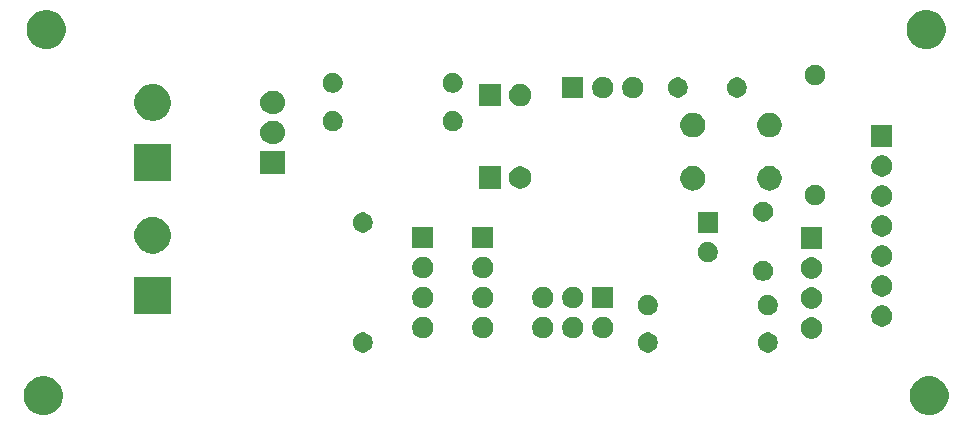
<source format=gbr>
%TF.GenerationSoftware,KiCad,Pcbnew,5.1.6+dfsg1-1~bpo10+1*%
%TF.CreationDate,2020-11-22T17:09:41+10:30*%
%TF.ProjectId,robotcontrol,726f626f-7463-46f6-9e74-726f6c2e6b69,rev?*%
%TF.SameCoordinates,Original*%
%TF.FileFunction,Soldermask,Bot*%
%TF.FilePolarity,Negative*%
%FSLAX46Y46*%
G04 Gerber Fmt 4.6, Leading zero omitted, Abs format (unit mm)*
G04 Created by KiCad (PCBNEW 5.1.6+dfsg1-1~bpo10+1) date 2020-11-22 17:09:41*
%MOMM*%
%LPD*%
G01*
G04 APERTURE LIST*
%ADD10C,0.100000*%
G04 APERTURE END LIST*
D10*
G36*
X96457874Y-167359023D02*
G01*
X96731287Y-167413408D01*
X97031568Y-167537789D01*
X97301814Y-167718361D01*
X97531639Y-167948186D01*
X97712211Y-168218432D01*
X97836592Y-168518713D01*
X97900000Y-168837489D01*
X97900000Y-169162511D01*
X97836592Y-169481287D01*
X97712211Y-169781568D01*
X97531639Y-170051814D01*
X97301814Y-170281639D01*
X97031568Y-170462211D01*
X96731287Y-170586592D01*
X96457874Y-170640977D01*
X96412512Y-170650000D01*
X96087488Y-170650000D01*
X96042126Y-170640977D01*
X95768713Y-170586592D01*
X95468432Y-170462211D01*
X95198186Y-170281639D01*
X94968361Y-170051814D01*
X94787789Y-169781568D01*
X94663408Y-169481287D01*
X94600000Y-169162511D01*
X94600000Y-168837489D01*
X94663408Y-168518713D01*
X94787789Y-168218432D01*
X94968361Y-167948186D01*
X95198186Y-167718361D01*
X95468432Y-167537789D01*
X95768713Y-167413408D01*
X96042126Y-167359023D01*
X96087488Y-167350000D01*
X96412512Y-167350000D01*
X96457874Y-167359023D01*
G37*
G36*
X171457874Y-167359023D02*
G01*
X171731287Y-167413408D01*
X172031568Y-167537789D01*
X172301814Y-167718361D01*
X172531639Y-167948186D01*
X172712211Y-168218432D01*
X172836592Y-168518713D01*
X172900000Y-168837489D01*
X172900000Y-169162511D01*
X172836592Y-169481287D01*
X172712211Y-169781568D01*
X172531639Y-170051814D01*
X172301814Y-170281639D01*
X172031568Y-170462211D01*
X171731287Y-170586592D01*
X171457874Y-170640977D01*
X171412512Y-170650000D01*
X171087488Y-170650000D01*
X171042126Y-170640977D01*
X170768713Y-170586592D01*
X170468432Y-170462211D01*
X170198186Y-170281639D01*
X169968361Y-170051814D01*
X169787789Y-169781568D01*
X169663408Y-169481287D01*
X169600000Y-169162511D01*
X169600000Y-168837489D01*
X169663408Y-168518713D01*
X169787789Y-168218432D01*
X169968361Y-167948186D01*
X170198186Y-167718361D01*
X170468432Y-167537789D01*
X170768713Y-167413408D01*
X171042126Y-167359023D01*
X171087488Y-167350000D01*
X171412512Y-167350000D01*
X171457874Y-167359023D01*
G37*
G36*
X157837935Y-163672664D02*
G01*
X157992624Y-163736739D01*
X157992626Y-163736740D01*
X158131844Y-163829762D01*
X158250238Y-163948156D01*
X158341950Y-164085414D01*
X158343261Y-164087376D01*
X158407336Y-164242065D01*
X158440000Y-164406281D01*
X158440000Y-164573719D01*
X158407336Y-164737935D01*
X158343261Y-164892624D01*
X158343260Y-164892626D01*
X158250238Y-165031844D01*
X158131844Y-165150238D01*
X157992626Y-165243260D01*
X157992625Y-165243261D01*
X157992624Y-165243261D01*
X157837935Y-165307336D01*
X157673719Y-165340000D01*
X157506281Y-165340000D01*
X157342065Y-165307336D01*
X157187376Y-165243261D01*
X157187375Y-165243261D01*
X157187374Y-165243260D01*
X157048156Y-165150238D01*
X156929762Y-165031844D01*
X156836740Y-164892626D01*
X156836739Y-164892624D01*
X156772664Y-164737935D01*
X156740000Y-164573719D01*
X156740000Y-164406281D01*
X156772664Y-164242065D01*
X156836739Y-164087376D01*
X156838050Y-164085414D01*
X156929762Y-163948156D01*
X157048156Y-163829762D01*
X157187374Y-163736740D01*
X157187376Y-163736739D01*
X157342065Y-163672664D01*
X157506281Y-163640000D01*
X157673719Y-163640000D01*
X157837935Y-163672664D01*
G37*
G36*
X147677935Y-163672664D02*
G01*
X147832624Y-163736739D01*
X147832626Y-163736740D01*
X147971844Y-163829762D01*
X148090238Y-163948156D01*
X148181950Y-164085414D01*
X148183261Y-164087376D01*
X148247336Y-164242065D01*
X148280000Y-164406281D01*
X148280000Y-164573719D01*
X148247336Y-164737935D01*
X148183261Y-164892624D01*
X148183260Y-164892626D01*
X148090238Y-165031844D01*
X147971844Y-165150238D01*
X147832626Y-165243260D01*
X147832625Y-165243261D01*
X147832624Y-165243261D01*
X147677935Y-165307336D01*
X147513719Y-165340000D01*
X147346281Y-165340000D01*
X147182065Y-165307336D01*
X147027376Y-165243261D01*
X147027375Y-165243261D01*
X147027374Y-165243260D01*
X146888156Y-165150238D01*
X146769762Y-165031844D01*
X146676740Y-164892626D01*
X146676739Y-164892624D01*
X146612664Y-164737935D01*
X146580000Y-164573719D01*
X146580000Y-164406281D01*
X146612664Y-164242065D01*
X146676739Y-164087376D01*
X146678050Y-164085414D01*
X146769762Y-163948156D01*
X146888156Y-163829762D01*
X147027374Y-163736740D01*
X147027376Y-163736739D01*
X147182065Y-163672664D01*
X147346281Y-163640000D01*
X147513719Y-163640000D01*
X147677935Y-163672664D01*
G37*
G36*
X123547935Y-163672664D02*
G01*
X123702624Y-163736739D01*
X123702626Y-163736740D01*
X123841844Y-163829762D01*
X123960238Y-163948156D01*
X124051950Y-164085414D01*
X124053261Y-164087376D01*
X124117336Y-164242065D01*
X124150000Y-164406281D01*
X124150000Y-164573719D01*
X124117336Y-164737935D01*
X124053261Y-164892624D01*
X124053260Y-164892626D01*
X123960238Y-165031844D01*
X123841844Y-165150238D01*
X123702626Y-165243260D01*
X123702625Y-165243261D01*
X123702624Y-165243261D01*
X123547935Y-165307336D01*
X123383719Y-165340000D01*
X123216281Y-165340000D01*
X123052065Y-165307336D01*
X122897376Y-165243261D01*
X122897375Y-165243261D01*
X122897374Y-165243260D01*
X122758156Y-165150238D01*
X122639762Y-165031844D01*
X122546740Y-164892626D01*
X122546739Y-164892624D01*
X122482664Y-164737935D01*
X122450000Y-164573719D01*
X122450000Y-164406281D01*
X122482664Y-164242065D01*
X122546739Y-164087376D01*
X122548050Y-164085414D01*
X122639762Y-163948156D01*
X122758156Y-163829762D01*
X122897374Y-163736740D01*
X122897376Y-163736739D01*
X123052065Y-163672664D01*
X123216281Y-163640000D01*
X123383719Y-163640000D01*
X123547935Y-163672664D01*
G37*
G36*
X161560920Y-162405386D02*
G01*
X161602066Y-162422429D01*
X161724710Y-162473230D01*
X161872117Y-162571724D01*
X161997476Y-162697083D01*
X162075408Y-162813717D01*
X162095971Y-162844492D01*
X162163814Y-163008280D01*
X162198400Y-163182156D01*
X162198400Y-163359444D01*
X162163814Y-163533320D01*
X162106096Y-163672665D01*
X162095970Y-163697110D01*
X161997476Y-163844517D01*
X161872117Y-163969876D01*
X161724710Y-164068370D01*
X161724709Y-164068371D01*
X161724708Y-164068371D01*
X161560920Y-164136214D01*
X161387044Y-164170800D01*
X161209756Y-164170800D01*
X161035880Y-164136214D01*
X160872092Y-164068371D01*
X160872091Y-164068371D01*
X160872090Y-164068370D01*
X160724683Y-163969876D01*
X160599324Y-163844517D01*
X160500830Y-163697110D01*
X160490705Y-163672665D01*
X160432986Y-163533320D01*
X160398400Y-163359444D01*
X160398400Y-163182156D01*
X160432986Y-163008280D01*
X160500829Y-162844492D01*
X160521392Y-162813717D01*
X160599324Y-162697083D01*
X160724683Y-162571724D01*
X160872090Y-162473230D01*
X160994735Y-162422429D01*
X161035880Y-162405386D01*
X161209756Y-162370800D01*
X161387044Y-162370800D01*
X161560920Y-162405386D01*
G37*
G36*
X143882520Y-162354586D02*
G01*
X144046310Y-162422430D01*
X144193717Y-162520924D01*
X144319076Y-162646283D01*
X144353019Y-162697083D01*
X144417571Y-162793692D01*
X144485414Y-162957480D01*
X144520000Y-163131356D01*
X144520000Y-163308644D01*
X144509895Y-163359444D01*
X144485414Y-163482520D01*
X144417570Y-163646310D01*
X144319076Y-163793717D01*
X144193717Y-163919076D01*
X144046310Y-164017570D01*
X144046309Y-164017571D01*
X144046308Y-164017571D01*
X143882520Y-164085414D01*
X143708644Y-164120000D01*
X143531356Y-164120000D01*
X143357480Y-164085414D01*
X143193692Y-164017571D01*
X143193691Y-164017571D01*
X143193690Y-164017570D01*
X143046283Y-163919076D01*
X142920924Y-163793717D01*
X142822430Y-163646310D01*
X142754586Y-163482520D01*
X142730105Y-163359444D01*
X142720000Y-163308644D01*
X142720000Y-163131356D01*
X142754586Y-162957480D01*
X142822429Y-162793692D01*
X142886981Y-162697083D01*
X142920924Y-162646283D01*
X143046283Y-162520924D01*
X143193690Y-162422430D01*
X143357480Y-162354586D01*
X143531356Y-162320000D01*
X143708644Y-162320000D01*
X143882520Y-162354586D01*
G37*
G36*
X141342520Y-162354586D02*
G01*
X141506310Y-162422430D01*
X141653717Y-162520924D01*
X141779076Y-162646283D01*
X141813019Y-162697083D01*
X141877571Y-162793692D01*
X141945414Y-162957480D01*
X141980000Y-163131356D01*
X141980000Y-163308644D01*
X141969895Y-163359444D01*
X141945414Y-163482520D01*
X141877570Y-163646310D01*
X141779076Y-163793717D01*
X141653717Y-163919076D01*
X141506310Y-164017570D01*
X141506309Y-164017571D01*
X141506308Y-164017571D01*
X141342520Y-164085414D01*
X141168644Y-164120000D01*
X140991356Y-164120000D01*
X140817480Y-164085414D01*
X140653692Y-164017571D01*
X140653691Y-164017571D01*
X140653690Y-164017570D01*
X140506283Y-163919076D01*
X140380924Y-163793717D01*
X140282430Y-163646310D01*
X140214586Y-163482520D01*
X140190105Y-163359444D01*
X140180000Y-163308644D01*
X140180000Y-163131356D01*
X140214586Y-162957480D01*
X140282429Y-162793692D01*
X140346981Y-162697083D01*
X140380924Y-162646283D01*
X140506283Y-162520924D01*
X140653690Y-162422430D01*
X140817480Y-162354586D01*
X140991356Y-162320000D01*
X141168644Y-162320000D01*
X141342520Y-162354586D01*
G37*
G36*
X138802520Y-162354586D02*
G01*
X138966310Y-162422430D01*
X139113717Y-162520924D01*
X139239076Y-162646283D01*
X139273019Y-162697083D01*
X139337571Y-162793692D01*
X139405414Y-162957480D01*
X139440000Y-163131356D01*
X139440000Y-163308644D01*
X139429895Y-163359444D01*
X139405414Y-163482520D01*
X139337570Y-163646310D01*
X139239076Y-163793717D01*
X139113717Y-163919076D01*
X138966310Y-164017570D01*
X138966309Y-164017571D01*
X138966308Y-164017571D01*
X138802520Y-164085414D01*
X138628644Y-164120000D01*
X138451356Y-164120000D01*
X138277480Y-164085414D01*
X138113692Y-164017571D01*
X138113691Y-164017571D01*
X138113690Y-164017570D01*
X137966283Y-163919076D01*
X137840924Y-163793717D01*
X137742430Y-163646310D01*
X137674586Y-163482520D01*
X137650105Y-163359444D01*
X137640000Y-163308644D01*
X137640000Y-163131356D01*
X137674586Y-162957480D01*
X137742429Y-162793692D01*
X137806981Y-162697083D01*
X137840924Y-162646283D01*
X137966283Y-162520924D01*
X138113690Y-162422430D01*
X138277480Y-162354586D01*
X138451356Y-162320000D01*
X138628644Y-162320000D01*
X138802520Y-162354586D01*
G37*
G36*
X128642520Y-162354586D02*
G01*
X128806310Y-162422430D01*
X128953717Y-162520924D01*
X129079076Y-162646283D01*
X129113019Y-162697083D01*
X129177571Y-162793692D01*
X129245414Y-162957480D01*
X129280000Y-163131356D01*
X129280000Y-163308644D01*
X129269895Y-163359444D01*
X129245414Y-163482520D01*
X129177570Y-163646310D01*
X129079076Y-163793717D01*
X128953717Y-163919076D01*
X128806310Y-164017570D01*
X128806309Y-164017571D01*
X128806308Y-164017571D01*
X128642520Y-164085414D01*
X128468644Y-164120000D01*
X128291356Y-164120000D01*
X128117480Y-164085414D01*
X127953692Y-164017571D01*
X127953691Y-164017571D01*
X127953690Y-164017570D01*
X127806283Y-163919076D01*
X127680924Y-163793717D01*
X127582430Y-163646310D01*
X127514586Y-163482520D01*
X127490105Y-163359444D01*
X127480000Y-163308644D01*
X127480000Y-163131356D01*
X127514586Y-162957480D01*
X127582429Y-162793692D01*
X127646981Y-162697083D01*
X127680924Y-162646283D01*
X127806283Y-162520924D01*
X127953690Y-162422430D01*
X128117480Y-162354586D01*
X128291356Y-162320000D01*
X128468644Y-162320000D01*
X128642520Y-162354586D01*
G37*
G36*
X133722520Y-162354586D02*
G01*
X133886310Y-162422430D01*
X134033717Y-162520924D01*
X134159076Y-162646283D01*
X134193019Y-162697083D01*
X134257571Y-162793692D01*
X134325414Y-162957480D01*
X134360000Y-163131356D01*
X134360000Y-163308644D01*
X134349895Y-163359444D01*
X134325414Y-163482520D01*
X134257570Y-163646310D01*
X134159076Y-163793717D01*
X134033717Y-163919076D01*
X133886310Y-164017570D01*
X133886309Y-164017571D01*
X133886308Y-164017571D01*
X133722520Y-164085414D01*
X133548644Y-164120000D01*
X133371356Y-164120000D01*
X133197480Y-164085414D01*
X133033692Y-164017571D01*
X133033691Y-164017571D01*
X133033690Y-164017570D01*
X132886283Y-163919076D01*
X132760924Y-163793717D01*
X132662430Y-163646310D01*
X132594586Y-163482520D01*
X132570105Y-163359444D01*
X132560000Y-163308644D01*
X132560000Y-163131356D01*
X132594586Y-162957480D01*
X132662429Y-162793692D01*
X132726981Y-162697083D01*
X132760924Y-162646283D01*
X132886283Y-162520924D01*
X133033690Y-162422430D01*
X133197480Y-162354586D01*
X133371356Y-162320000D01*
X133548644Y-162320000D01*
X133722520Y-162354586D01*
G37*
G36*
X167512520Y-161374586D02*
G01*
X167676310Y-161442430D01*
X167823717Y-161540924D01*
X167949076Y-161666283D01*
X167983382Y-161717626D01*
X168047571Y-161813692D01*
X168115414Y-161977480D01*
X168150000Y-162151356D01*
X168150000Y-162328644D01*
X168115414Y-162502520D01*
X168055866Y-162646283D01*
X168047570Y-162666310D01*
X167949076Y-162813717D01*
X167823717Y-162939076D01*
X167676310Y-163037570D01*
X167676309Y-163037571D01*
X167676308Y-163037571D01*
X167512520Y-163105414D01*
X167338644Y-163140000D01*
X167161356Y-163140000D01*
X166987480Y-163105414D01*
X166823692Y-163037571D01*
X166823691Y-163037571D01*
X166823690Y-163037570D01*
X166676283Y-162939076D01*
X166550924Y-162813717D01*
X166452430Y-162666310D01*
X166444135Y-162646283D01*
X166384586Y-162502520D01*
X166350000Y-162328644D01*
X166350000Y-162151356D01*
X166384586Y-161977480D01*
X166452429Y-161813692D01*
X166516618Y-161717626D01*
X166550924Y-161666283D01*
X166676283Y-161540924D01*
X166823690Y-161442430D01*
X166987480Y-161374586D01*
X167161356Y-161340000D01*
X167338644Y-161340000D01*
X167512520Y-161374586D01*
G37*
G36*
X157837935Y-160497664D02*
G01*
X157992624Y-160561739D01*
X157992626Y-160561740D01*
X158131844Y-160654762D01*
X158250238Y-160773156D01*
X158281165Y-160819442D01*
X158343261Y-160912376D01*
X158407336Y-161067065D01*
X158440000Y-161231281D01*
X158440000Y-161398719D01*
X158407336Y-161562935D01*
X158400267Y-161580000D01*
X158343260Y-161717626D01*
X158250238Y-161856844D01*
X158131844Y-161975238D01*
X157992626Y-162068260D01*
X157992625Y-162068261D01*
X157992624Y-162068261D01*
X157837935Y-162132336D01*
X157673719Y-162165000D01*
X157506281Y-162165000D01*
X157342065Y-162132336D01*
X157187376Y-162068261D01*
X157187375Y-162068261D01*
X157187374Y-162068260D01*
X157048156Y-161975238D01*
X156929762Y-161856844D01*
X156836740Y-161717626D01*
X156779733Y-161580000D01*
X156772664Y-161562935D01*
X156740000Y-161398719D01*
X156740000Y-161231281D01*
X156772664Y-161067065D01*
X156836739Y-160912376D01*
X156898835Y-160819442D01*
X156929762Y-160773156D01*
X157048156Y-160654762D01*
X157187374Y-160561740D01*
X157187376Y-160561739D01*
X157342065Y-160497664D01*
X157506281Y-160465000D01*
X157673719Y-160465000D01*
X157837935Y-160497664D01*
G37*
G36*
X147677935Y-160497664D02*
G01*
X147832624Y-160561739D01*
X147832626Y-160561740D01*
X147971844Y-160654762D01*
X148090238Y-160773156D01*
X148121165Y-160819442D01*
X148183261Y-160912376D01*
X148247336Y-161067065D01*
X148280000Y-161231281D01*
X148280000Y-161398719D01*
X148247336Y-161562935D01*
X148240267Y-161580000D01*
X148183260Y-161717626D01*
X148090238Y-161856844D01*
X147971844Y-161975238D01*
X147832626Y-162068260D01*
X147832625Y-162068261D01*
X147832624Y-162068261D01*
X147677935Y-162132336D01*
X147513719Y-162165000D01*
X147346281Y-162165000D01*
X147182065Y-162132336D01*
X147027376Y-162068261D01*
X147027375Y-162068261D01*
X147027374Y-162068260D01*
X146888156Y-161975238D01*
X146769762Y-161856844D01*
X146676740Y-161717626D01*
X146619733Y-161580000D01*
X146612664Y-161562935D01*
X146580000Y-161398719D01*
X146580000Y-161231281D01*
X146612664Y-161067065D01*
X146676739Y-160912376D01*
X146738835Y-160819442D01*
X146769762Y-160773156D01*
X146888156Y-160654762D01*
X147027374Y-160561740D01*
X147027376Y-160561739D01*
X147182065Y-160497664D01*
X147346281Y-160465000D01*
X147513719Y-160465000D01*
X147677935Y-160497664D01*
G37*
G36*
X107070000Y-162039500D02*
G01*
X103970000Y-162039500D01*
X103970000Y-158939500D01*
X107070000Y-158939500D01*
X107070000Y-162039500D01*
G37*
G36*
X161560920Y-159865386D02*
G01*
X161602066Y-159882429D01*
X161724710Y-159933230D01*
X161872117Y-160031724D01*
X161997476Y-160157083D01*
X162075408Y-160273717D01*
X162095971Y-160304492D01*
X162163814Y-160468280D01*
X162190015Y-160600000D01*
X162198400Y-160642158D01*
X162198400Y-160819442D01*
X162163814Y-160993320D01*
X162095970Y-161157110D01*
X161997476Y-161304517D01*
X161872117Y-161429876D01*
X161724710Y-161528370D01*
X161724709Y-161528371D01*
X161724708Y-161528371D01*
X161560920Y-161596214D01*
X161387044Y-161630800D01*
X161209756Y-161630800D01*
X161035880Y-161596214D01*
X160872092Y-161528371D01*
X160872091Y-161528371D01*
X160872090Y-161528370D01*
X160724683Y-161429876D01*
X160599324Y-161304517D01*
X160500830Y-161157110D01*
X160432986Y-160993320D01*
X160398400Y-160819442D01*
X160398400Y-160642158D01*
X160406786Y-160600000D01*
X160432986Y-160468280D01*
X160500829Y-160304492D01*
X160521392Y-160273717D01*
X160599324Y-160157083D01*
X160724683Y-160031724D01*
X160872090Y-159933230D01*
X160994735Y-159882429D01*
X161035880Y-159865386D01*
X161209756Y-159830800D01*
X161387044Y-159830800D01*
X161560920Y-159865386D01*
G37*
G36*
X141342520Y-159814586D02*
G01*
X141506310Y-159882430D01*
X141653717Y-159980924D01*
X141779076Y-160106283D01*
X141813019Y-160157083D01*
X141877571Y-160253692D01*
X141945414Y-160417480D01*
X141980000Y-160591356D01*
X141980000Y-160768644D01*
X141969895Y-160819444D01*
X141945414Y-160942520D01*
X141877570Y-161106310D01*
X141779076Y-161253717D01*
X141653717Y-161379076D01*
X141506310Y-161477570D01*
X141506309Y-161477571D01*
X141506308Y-161477571D01*
X141342520Y-161545414D01*
X141168644Y-161580000D01*
X140991356Y-161580000D01*
X140817480Y-161545414D01*
X140653692Y-161477571D01*
X140653691Y-161477571D01*
X140653690Y-161477570D01*
X140506283Y-161379076D01*
X140380924Y-161253717D01*
X140282430Y-161106310D01*
X140214586Y-160942520D01*
X140190105Y-160819444D01*
X140180000Y-160768644D01*
X140180000Y-160591356D01*
X140214586Y-160417480D01*
X140282429Y-160253692D01*
X140346981Y-160157083D01*
X140380924Y-160106283D01*
X140506283Y-159980924D01*
X140653690Y-159882430D01*
X140817480Y-159814586D01*
X140991356Y-159780000D01*
X141168644Y-159780000D01*
X141342520Y-159814586D01*
G37*
G36*
X138802520Y-159814586D02*
G01*
X138966310Y-159882430D01*
X139113717Y-159980924D01*
X139239076Y-160106283D01*
X139273019Y-160157083D01*
X139337571Y-160253692D01*
X139405414Y-160417480D01*
X139440000Y-160591356D01*
X139440000Y-160768644D01*
X139429895Y-160819444D01*
X139405414Y-160942520D01*
X139337570Y-161106310D01*
X139239076Y-161253717D01*
X139113717Y-161379076D01*
X138966310Y-161477570D01*
X138966309Y-161477571D01*
X138966308Y-161477571D01*
X138802520Y-161545414D01*
X138628644Y-161580000D01*
X138451356Y-161580000D01*
X138277480Y-161545414D01*
X138113692Y-161477571D01*
X138113691Y-161477571D01*
X138113690Y-161477570D01*
X137966283Y-161379076D01*
X137840924Y-161253717D01*
X137742430Y-161106310D01*
X137674586Y-160942520D01*
X137650105Y-160819444D01*
X137640000Y-160768644D01*
X137640000Y-160591356D01*
X137674586Y-160417480D01*
X137742429Y-160253692D01*
X137806981Y-160157083D01*
X137840924Y-160106283D01*
X137966283Y-159980924D01*
X138113690Y-159882430D01*
X138277480Y-159814586D01*
X138451356Y-159780000D01*
X138628644Y-159780000D01*
X138802520Y-159814586D01*
G37*
G36*
X133722520Y-159814586D02*
G01*
X133886310Y-159882430D01*
X134033717Y-159980924D01*
X134159076Y-160106283D01*
X134193019Y-160157083D01*
X134257571Y-160253692D01*
X134325414Y-160417480D01*
X134360000Y-160591356D01*
X134360000Y-160768644D01*
X134349895Y-160819444D01*
X134325414Y-160942520D01*
X134257570Y-161106310D01*
X134159076Y-161253717D01*
X134033717Y-161379076D01*
X133886310Y-161477570D01*
X133886309Y-161477571D01*
X133886308Y-161477571D01*
X133722520Y-161545414D01*
X133548644Y-161580000D01*
X133371356Y-161580000D01*
X133197480Y-161545414D01*
X133033692Y-161477571D01*
X133033691Y-161477571D01*
X133033690Y-161477570D01*
X132886283Y-161379076D01*
X132760924Y-161253717D01*
X132662430Y-161106310D01*
X132594586Y-160942520D01*
X132570105Y-160819444D01*
X132560000Y-160768644D01*
X132560000Y-160591356D01*
X132594586Y-160417480D01*
X132662429Y-160253692D01*
X132726981Y-160157083D01*
X132760924Y-160106283D01*
X132886283Y-159980924D01*
X133033690Y-159882430D01*
X133197480Y-159814586D01*
X133371356Y-159780000D01*
X133548644Y-159780000D01*
X133722520Y-159814586D01*
G37*
G36*
X128642520Y-159814586D02*
G01*
X128806310Y-159882430D01*
X128953717Y-159980924D01*
X129079076Y-160106283D01*
X129113019Y-160157083D01*
X129177571Y-160253692D01*
X129245414Y-160417480D01*
X129280000Y-160591356D01*
X129280000Y-160768644D01*
X129269895Y-160819444D01*
X129245414Y-160942520D01*
X129177570Y-161106310D01*
X129079076Y-161253717D01*
X128953717Y-161379076D01*
X128806310Y-161477570D01*
X128806309Y-161477571D01*
X128806308Y-161477571D01*
X128642520Y-161545414D01*
X128468644Y-161580000D01*
X128291356Y-161580000D01*
X128117480Y-161545414D01*
X127953692Y-161477571D01*
X127953691Y-161477571D01*
X127953690Y-161477570D01*
X127806283Y-161379076D01*
X127680924Y-161253717D01*
X127582430Y-161106310D01*
X127514586Y-160942520D01*
X127490105Y-160819444D01*
X127480000Y-160768644D01*
X127480000Y-160591356D01*
X127514586Y-160417480D01*
X127582429Y-160253692D01*
X127646981Y-160157083D01*
X127680924Y-160106283D01*
X127806283Y-159980924D01*
X127953690Y-159882430D01*
X128117480Y-159814586D01*
X128291356Y-159780000D01*
X128468644Y-159780000D01*
X128642520Y-159814586D01*
G37*
G36*
X144520000Y-161580000D02*
G01*
X142720000Y-161580000D01*
X142720000Y-159780000D01*
X144520000Y-159780000D01*
X144520000Y-161580000D01*
G37*
G36*
X167512520Y-158834586D02*
G01*
X167676310Y-158902430D01*
X167823717Y-159000924D01*
X167949076Y-159126283D01*
X168020338Y-159232935D01*
X168047571Y-159273692D01*
X168115414Y-159437480D01*
X168150000Y-159611356D01*
X168150000Y-159788644D01*
X168115414Y-159962520D01*
X168055866Y-160106283D01*
X168047570Y-160126310D01*
X167949076Y-160273717D01*
X167823717Y-160399076D01*
X167676310Y-160497570D01*
X167676309Y-160497571D01*
X167676308Y-160497571D01*
X167512520Y-160565414D01*
X167338644Y-160600000D01*
X167161356Y-160600000D01*
X166987480Y-160565414D01*
X166823692Y-160497571D01*
X166823691Y-160497571D01*
X166823690Y-160497570D01*
X166676283Y-160399076D01*
X166550924Y-160273717D01*
X166452430Y-160126310D01*
X166444135Y-160106283D01*
X166384586Y-159962520D01*
X166350000Y-159788644D01*
X166350000Y-159611356D01*
X166384586Y-159437480D01*
X166452429Y-159273692D01*
X166479662Y-159232935D01*
X166550924Y-159126283D01*
X166676283Y-159000924D01*
X166823690Y-158902430D01*
X166987480Y-158834586D01*
X167161356Y-158800000D01*
X167338644Y-158800000D01*
X167512520Y-158834586D01*
G37*
G36*
X157431535Y-157598264D02*
G01*
X157586224Y-157662339D01*
X157586226Y-157662340D01*
X157725444Y-157755362D01*
X157843838Y-157873756D01*
X157899840Y-157957570D01*
X157936861Y-158012976D01*
X158000936Y-158167665D01*
X158033600Y-158331881D01*
X158033600Y-158499319D01*
X158000936Y-158663535D01*
X157936861Y-158818224D01*
X157936860Y-158818226D01*
X157843838Y-158957444D01*
X157725444Y-159075838D01*
X157586226Y-159168860D01*
X157586225Y-159168861D01*
X157586224Y-159168861D01*
X157431535Y-159232936D01*
X157267319Y-159265600D01*
X157099881Y-159265600D01*
X156935665Y-159232936D01*
X156780976Y-159168861D01*
X156780975Y-159168861D01*
X156780974Y-159168860D01*
X156641756Y-159075838D01*
X156523362Y-158957444D01*
X156430340Y-158818226D01*
X156430339Y-158818224D01*
X156366264Y-158663535D01*
X156333600Y-158499319D01*
X156333600Y-158331881D01*
X156366264Y-158167665D01*
X156430339Y-158012976D01*
X156467360Y-157957570D01*
X156523362Y-157873756D01*
X156641756Y-157755362D01*
X156780974Y-157662340D01*
X156780976Y-157662339D01*
X156935665Y-157598264D01*
X157099881Y-157565600D01*
X157267319Y-157565600D01*
X157431535Y-157598264D01*
G37*
G36*
X161560920Y-157325386D02*
G01*
X161602066Y-157342429D01*
X161724710Y-157393230D01*
X161872117Y-157491724D01*
X161997476Y-157617083D01*
X162075408Y-157733717D01*
X162095971Y-157764492D01*
X162163814Y-157928280D01*
X162198400Y-158102156D01*
X162198400Y-158279444D01*
X162187969Y-158331882D01*
X162163814Y-158453320D01*
X162095970Y-158617110D01*
X161997476Y-158764517D01*
X161872117Y-158889876D01*
X161724710Y-158988370D01*
X161724709Y-158988371D01*
X161724708Y-158988371D01*
X161560920Y-159056214D01*
X161387044Y-159090800D01*
X161209756Y-159090800D01*
X161035880Y-159056214D01*
X160872092Y-158988371D01*
X160872091Y-158988371D01*
X160872090Y-158988370D01*
X160724683Y-158889876D01*
X160599324Y-158764517D01*
X160500830Y-158617110D01*
X160432986Y-158453320D01*
X160408831Y-158331882D01*
X160398400Y-158279444D01*
X160398400Y-158102156D01*
X160432986Y-157928280D01*
X160500829Y-157764492D01*
X160521392Y-157733717D01*
X160599324Y-157617083D01*
X160724683Y-157491724D01*
X160872090Y-157393230D01*
X160994735Y-157342429D01*
X161035880Y-157325386D01*
X161209756Y-157290800D01*
X161387044Y-157290800D01*
X161560920Y-157325386D01*
G37*
G36*
X133722520Y-157274586D02*
G01*
X133886310Y-157342430D01*
X134033717Y-157440924D01*
X134159076Y-157566283D01*
X134223258Y-157662339D01*
X134257571Y-157713692D01*
X134325414Y-157877480D01*
X134360000Y-158051356D01*
X134360000Y-158228644D01*
X134349895Y-158279444D01*
X134325414Y-158402520D01*
X134257570Y-158566310D01*
X134159076Y-158713717D01*
X134033717Y-158839076D01*
X133886310Y-158937570D01*
X133886309Y-158937571D01*
X133886308Y-158937571D01*
X133722520Y-159005414D01*
X133548644Y-159040000D01*
X133371356Y-159040000D01*
X133197480Y-159005414D01*
X133033692Y-158937571D01*
X133033691Y-158937571D01*
X133033690Y-158937570D01*
X132886283Y-158839076D01*
X132760924Y-158713717D01*
X132662430Y-158566310D01*
X132594586Y-158402520D01*
X132570105Y-158279444D01*
X132560000Y-158228644D01*
X132560000Y-158051356D01*
X132594586Y-157877480D01*
X132662429Y-157713692D01*
X132696742Y-157662339D01*
X132760924Y-157566283D01*
X132886283Y-157440924D01*
X133033690Y-157342430D01*
X133197480Y-157274586D01*
X133371356Y-157240000D01*
X133548644Y-157240000D01*
X133722520Y-157274586D01*
G37*
G36*
X128642520Y-157274586D02*
G01*
X128806310Y-157342430D01*
X128953717Y-157440924D01*
X129079076Y-157566283D01*
X129143258Y-157662339D01*
X129177571Y-157713692D01*
X129245414Y-157877480D01*
X129280000Y-158051356D01*
X129280000Y-158228644D01*
X129269895Y-158279444D01*
X129245414Y-158402520D01*
X129177570Y-158566310D01*
X129079076Y-158713717D01*
X128953717Y-158839076D01*
X128806310Y-158937570D01*
X128806309Y-158937571D01*
X128806308Y-158937571D01*
X128642520Y-159005414D01*
X128468644Y-159040000D01*
X128291356Y-159040000D01*
X128117480Y-159005414D01*
X127953692Y-158937571D01*
X127953691Y-158937571D01*
X127953690Y-158937570D01*
X127806283Y-158839076D01*
X127680924Y-158713717D01*
X127582430Y-158566310D01*
X127514586Y-158402520D01*
X127490105Y-158279444D01*
X127480000Y-158228644D01*
X127480000Y-158051356D01*
X127514586Y-157877480D01*
X127582429Y-157713692D01*
X127616742Y-157662339D01*
X127680924Y-157566283D01*
X127806283Y-157440924D01*
X127953690Y-157342430D01*
X128117480Y-157274586D01*
X128291356Y-157240000D01*
X128468644Y-157240000D01*
X128642520Y-157274586D01*
G37*
G36*
X167480194Y-156288156D02*
G01*
X167512520Y-156294586D01*
X167676310Y-156362430D01*
X167823717Y-156460924D01*
X167949076Y-156586283D01*
X168047570Y-156733690D01*
X168047571Y-156733692D01*
X168115414Y-156897480D01*
X168150000Y-157071356D01*
X168150000Y-157248644D01*
X168115414Y-157422520D01*
X168048834Y-157583260D01*
X168047570Y-157586310D01*
X167949076Y-157733717D01*
X167823717Y-157859076D01*
X167676310Y-157957570D01*
X167676309Y-157957571D01*
X167676308Y-157957571D01*
X167512520Y-158025414D01*
X167338644Y-158060000D01*
X167161356Y-158060000D01*
X166987480Y-158025414D01*
X166823692Y-157957571D01*
X166823691Y-157957571D01*
X166823690Y-157957570D01*
X166676283Y-157859076D01*
X166550924Y-157733717D01*
X166452430Y-157586310D01*
X166451167Y-157583260D01*
X166384586Y-157422520D01*
X166350000Y-157248644D01*
X166350000Y-157071356D01*
X166384586Y-156897480D01*
X166452429Y-156733692D01*
X166452430Y-156733690D01*
X166550924Y-156586283D01*
X166676283Y-156460924D01*
X166823690Y-156362430D01*
X166987480Y-156294586D01*
X167019806Y-156288156D01*
X167161356Y-156260000D01*
X167338644Y-156260000D01*
X167480194Y-156288156D01*
G37*
G36*
X152757935Y-156012664D02*
G01*
X152912624Y-156076739D01*
X152912626Y-156076740D01*
X153051844Y-156169762D01*
X153170238Y-156288156D01*
X153243344Y-156397568D01*
X153263261Y-156427376D01*
X153327336Y-156582065D01*
X153360000Y-156746281D01*
X153360000Y-156913719D01*
X153327336Y-157077935D01*
X153263261Y-157232624D01*
X153263260Y-157232626D01*
X153170238Y-157371844D01*
X153051844Y-157490238D01*
X152912626Y-157583260D01*
X152912625Y-157583261D01*
X152912624Y-157583261D01*
X152757935Y-157647336D01*
X152593719Y-157680000D01*
X152426281Y-157680000D01*
X152262065Y-157647336D01*
X152107376Y-157583261D01*
X152107375Y-157583261D01*
X152107374Y-157583260D01*
X151968156Y-157490238D01*
X151849762Y-157371844D01*
X151756740Y-157232626D01*
X151756739Y-157232624D01*
X151692664Y-157077935D01*
X151660000Y-156913719D01*
X151660000Y-156746281D01*
X151692664Y-156582065D01*
X151756739Y-156427376D01*
X151776656Y-156397568D01*
X151849762Y-156288156D01*
X151968156Y-156169762D01*
X152107374Y-156076740D01*
X152107376Y-156076739D01*
X152262065Y-156012664D01*
X152426281Y-155980000D01*
X152593719Y-155980000D01*
X152757935Y-156012664D01*
G37*
G36*
X105822390Y-153889282D02*
G01*
X105972118Y-153919065D01*
X105992182Y-153927376D01*
X106254199Y-154035907D01*
X106269729Y-154046284D01*
X106508068Y-154205536D01*
X106723964Y-154421432D01*
X106828535Y-154577935D01*
X106893593Y-154675301D01*
X107010435Y-154957383D01*
X107070000Y-155256837D01*
X107070000Y-155562163D01*
X107010435Y-155861617D01*
X106893593Y-156143699D01*
X106893592Y-156143700D01*
X106723964Y-156397568D01*
X106508068Y-156613464D01*
X106338439Y-156726806D01*
X106254199Y-156783093D01*
X106088960Y-156851537D01*
X105972118Y-156899935D01*
X105822390Y-156929717D01*
X105672663Y-156959500D01*
X105367337Y-156959500D01*
X105217610Y-156929717D01*
X105067882Y-156899935D01*
X104951040Y-156851537D01*
X104785801Y-156783093D01*
X104701561Y-156726806D01*
X104531932Y-156613464D01*
X104316036Y-156397568D01*
X104146408Y-156143700D01*
X104146407Y-156143699D01*
X104029565Y-155861617D01*
X103970000Y-155562163D01*
X103970000Y-155256837D01*
X104029565Y-154957383D01*
X104146407Y-154675301D01*
X104211465Y-154577935D01*
X104316036Y-154421432D01*
X104531932Y-154205536D01*
X104770271Y-154046284D01*
X104785801Y-154035907D01*
X105047818Y-153927376D01*
X105067882Y-153919065D01*
X105217610Y-153889282D01*
X105367337Y-153859500D01*
X105672663Y-153859500D01*
X105822390Y-153889282D01*
G37*
G36*
X162198400Y-156550800D02*
G01*
X160398400Y-156550800D01*
X160398400Y-154750800D01*
X162198400Y-154750800D01*
X162198400Y-156550800D01*
G37*
G36*
X134360000Y-156500000D02*
G01*
X132560000Y-156500000D01*
X132560000Y-154700000D01*
X134360000Y-154700000D01*
X134360000Y-156500000D01*
G37*
G36*
X129280000Y-156500000D02*
G01*
X127480000Y-156500000D01*
X127480000Y-154700000D01*
X129280000Y-154700000D01*
X129280000Y-156500000D01*
G37*
G36*
X167512520Y-153754586D02*
G01*
X167676310Y-153822430D01*
X167823717Y-153920924D01*
X167949076Y-154046283D01*
X168047570Y-154193690D01*
X168047571Y-154193692D01*
X168115414Y-154357480D01*
X168150000Y-154531356D01*
X168150000Y-154708644D01*
X168117538Y-154871843D01*
X168115414Y-154882520D01*
X168047570Y-155046310D01*
X167949076Y-155193717D01*
X167823717Y-155319076D01*
X167676310Y-155417570D01*
X167676309Y-155417571D01*
X167676308Y-155417571D01*
X167512520Y-155485414D01*
X167338644Y-155520000D01*
X167161356Y-155520000D01*
X166987480Y-155485414D01*
X166823692Y-155417571D01*
X166823691Y-155417571D01*
X166823690Y-155417570D01*
X166676283Y-155319076D01*
X166550924Y-155193717D01*
X166452430Y-155046310D01*
X166384586Y-154882520D01*
X166382462Y-154871843D01*
X166350000Y-154708644D01*
X166350000Y-154531356D01*
X166384586Y-154357480D01*
X166452429Y-154193692D01*
X166452430Y-154193690D01*
X166550924Y-154046283D01*
X166676283Y-153920924D01*
X166823690Y-153822430D01*
X166987480Y-153754586D01*
X167161356Y-153720000D01*
X167338644Y-153720000D01*
X167512520Y-153754586D01*
G37*
G36*
X123547935Y-153512664D02*
G01*
X123702624Y-153576739D01*
X123702626Y-153576740D01*
X123841844Y-153669762D01*
X123960238Y-153788156D01*
X124007908Y-153859500D01*
X124053261Y-153927376D01*
X124117336Y-154082065D01*
X124150000Y-154246281D01*
X124150000Y-154413719D01*
X124117336Y-154577935D01*
X124077005Y-154675301D01*
X124053260Y-154732626D01*
X123960238Y-154871844D01*
X123841844Y-154990238D01*
X123702626Y-155083260D01*
X123702625Y-155083261D01*
X123702624Y-155083261D01*
X123547935Y-155147336D01*
X123383719Y-155180000D01*
X123216281Y-155180000D01*
X123052065Y-155147336D01*
X122897376Y-155083261D01*
X122897375Y-155083261D01*
X122897374Y-155083260D01*
X122758156Y-154990238D01*
X122639762Y-154871844D01*
X122546740Y-154732626D01*
X122522995Y-154675301D01*
X122482664Y-154577935D01*
X122450000Y-154413719D01*
X122450000Y-154246281D01*
X122482664Y-154082065D01*
X122546739Y-153927376D01*
X122592092Y-153859500D01*
X122639762Y-153788156D01*
X122758156Y-153669762D01*
X122897374Y-153576740D01*
X122897376Y-153576739D01*
X123052065Y-153512664D01*
X123216281Y-153480000D01*
X123383719Y-153480000D01*
X123547935Y-153512664D01*
G37*
G36*
X153360000Y-155180000D02*
G01*
X151660000Y-155180000D01*
X151660000Y-153480000D01*
X153360000Y-153480000D01*
X153360000Y-155180000D01*
G37*
G36*
X157431535Y-152598264D02*
G01*
X157586224Y-152662339D01*
X157586226Y-152662340D01*
X157725444Y-152755362D01*
X157843838Y-152873756D01*
X157936860Y-153012974D01*
X157936861Y-153012976D01*
X158000936Y-153167665D01*
X158033600Y-153331881D01*
X158033600Y-153499319D01*
X158000936Y-153663535D01*
X157949315Y-153788157D01*
X157936860Y-153818226D01*
X157843838Y-153957444D01*
X157725444Y-154075838D01*
X157586226Y-154168860D01*
X157586225Y-154168861D01*
X157586224Y-154168861D01*
X157431535Y-154232936D01*
X157267319Y-154265600D01*
X157099881Y-154265600D01*
X156935665Y-154232936D01*
X156780976Y-154168861D01*
X156780975Y-154168861D01*
X156780974Y-154168860D01*
X156641756Y-154075838D01*
X156523362Y-153957444D01*
X156430340Y-153818226D01*
X156417885Y-153788157D01*
X156366264Y-153663535D01*
X156333600Y-153499319D01*
X156333600Y-153331881D01*
X156366264Y-153167665D01*
X156430339Y-153012976D01*
X156430340Y-153012974D01*
X156523362Y-152873756D01*
X156641756Y-152755362D01*
X156780974Y-152662340D01*
X156780976Y-152662339D01*
X156935665Y-152598264D01*
X157099881Y-152565600D01*
X157267319Y-152565600D01*
X157431535Y-152598264D01*
G37*
G36*
X167512520Y-151214586D02*
G01*
X167584341Y-151244335D01*
X167676310Y-151282430D01*
X167823717Y-151380924D01*
X167949076Y-151506283D01*
X168028400Y-151625000D01*
X168047571Y-151653692D01*
X168115414Y-151817480D01*
X168150000Y-151991356D01*
X168150000Y-152168644D01*
X168135580Y-152241136D01*
X168115414Y-152342520D01*
X168047570Y-152506310D01*
X167949076Y-152653717D01*
X167823717Y-152779076D01*
X167676310Y-152877570D01*
X167676309Y-152877571D01*
X167676308Y-152877571D01*
X167512520Y-152945414D01*
X167338644Y-152980000D01*
X167161356Y-152980000D01*
X166987480Y-152945414D01*
X166823692Y-152877571D01*
X166823691Y-152877571D01*
X166823690Y-152877570D01*
X166676283Y-152779076D01*
X166550924Y-152653717D01*
X166452430Y-152506310D01*
X166384586Y-152342520D01*
X166364420Y-152241136D01*
X166350000Y-152168644D01*
X166350000Y-151991356D01*
X166384586Y-151817480D01*
X166452429Y-151653692D01*
X166471600Y-151625000D01*
X166550924Y-151506283D01*
X166676283Y-151380924D01*
X166823690Y-151282430D01*
X166915660Y-151244335D01*
X166987480Y-151214586D01*
X167161356Y-151180000D01*
X167338644Y-151180000D01*
X167512520Y-151214586D01*
G37*
G36*
X161851135Y-151175864D02*
G01*
X162005824Y-151239939D01*
X162005826Y-151239940D01*
X162145044Y-151332962D01*
X162263438Y-151451356D01*
X162356460Y-151590574D01*
X162356461Y-151590576D01*
X162420536Y-151745265D01*
X162453200Y-151909481D01*
X162453200Y-152076919D01*
X162420536Y-152241135D01*
X162378540Y-152342520D01*
X162356460Y-152395826D01*
X162263438Y-152535044D01*
X162145044Y-152653438D01*
X162005826Y-152746460D01*
X162005825Y-152746461D01*
X162005824Y-152746461D01*
X161851135Y-152810536D01*
X161686919Y-152843200D01*
X161519481Y-152843200D01*
X161355265Y-152810536D01*
X161200576Y-152746461D01*
X161200575Y-152746461D01*
X161200574Y-152746460D01*
X161061356Y-152653438D01*
X160942962Y-152535044D01*
X160849940Y-152395826D01*
X160827860Y-152342520D01*
X160785864Y-152241135D01*
X160753200Y-152076919D01*
X160753200Y-151909481D01*
X160785864Y-151745265D01*
X160849939Y-151590576D01*
X160849940Y-151590574D01*
X160942962Y-151451356D01*
X161061356Y-151332962D01*
X161200574Y-151239940D01*
X161200576Y-151239939D01*
X161355265Y-151175864D01*
X161519481Y-151143200D01*
X161686919Y-151143200D01*
X161851135Y-151175864D01*
G37*
G36*
X151368687Y-149530027D02*
G01*
X151546274Y-149565350D01*
X151737362Y-149644502D01*
X151909336Y-149759411D01*
X152055589Y-149905664D01*
X152170498Y-150077638D01*
X152249650Y-150268726D01*
X152290000Y-150471584D01*
X152290000Y-150678416D01*
X152249650Y-150881274D01*
X152170498Y-151072362D01*
X152055589Y-151244336D01*
X151909336Y-151390589D01*
X151737362Y-151505498D01*
X151546274Y-151584650D01*
X151368687Y-151619973D01*
X151343417Y-151625000D01*
X151136583Y-151625000D01*
X151111313Y-151619973D01*
X150933726Y-151584650D01*
X150742638Y-151505498D01*
X150570664Y-151390589D01*
X150424411Y-151244336D01*
X150309502Y-151072362D01*
X150230350Y-150881274D01*
X150190000Y-150678416D01*
X150190000Y-150471584D01*
X150230350Y-150268726D01*
X150309502Y-150077638D01*
X150424411Y-149905664D01*
X150570664Y-149759411D01*
X150742638Y-149644502D01*
X150933726Y-149565350D01*
X151111313Y-149530027D01*
X151136583Y-149525000D01*
X151343417Y-149525000D01*
X151368687Y-149530027D01*
G37*
G36*
X157868687Y-149530027D02*
G01*
X158046274Y-149565350D01*
X158237362Y-149644502D01*
X158409336Y-149759411D01*
X158555589Y-149905664D01*
X158670498Y-150077638D01*
X158749650Y-150268726D01*
X158790000Y-150471584D01*
X158790000Y-150678416D01*
X158749650Y-150881274D01*
X158670498Y-151072362D01*
X158555589Y-151244336D01*
X158409336Y-151390589D01*
X158237362Y-151505498D01*
X158046274Y-151584650D01*
X157868687Y-151619973D01*
X157843417Y-151625000D01*
X157636583Y-151625000D01*
X157611313Y-151619973D01*
X157433726Y-151584650D01*
X157242638Y-151505498D01*
X157070664Y-151390589D01*
X156924411Y-151244336D01*
X156809502Y-151072362D01*
X156730350Y-150881274D01*
X156690000Y-150678416D01*
X156690000Y-150471584D01*
X156730350Y-150268726D01*
X156809502Y-150077638D01*
X156924411Y-149905664D01*
X157070664Y-149759411D01*
X157242638Y-149644502D01*
X157433726Y-149565350D01*
X157611313Y-149530027D01*
X157636583Y-149525000D01*
X157843417Y-149525000D01*
X157868687Y-149530027D01*
G37*
G36*
X135045000Y-151470000D02*
G01*
X133145000Y-151470000D01*
X133145000Y-149570000D01*
X135045000Y-149570000D01*
X135045000Y-151470000D01*
G37*
G36*
X136820336Y-149588254D02*
G01*
X136912105Y-149606508D01*
X137084994Y-149678121D01*
X137240590Y-149782087D01*
X137372913Y-149914410D01*
X137476879Y-150070006D01*
X137548492Y-150242895D01*
X137585000Y-150426433D01*
X137585000Y-150613567D01*
X137548492Y-150797105D01*
X137476879Y-150969994D01*
X137372913Y-151125590D01*
X137240590Y-151257913D01*
X137084994Y-151361879D01*
X136912105Y-151433492D01*
X136822297Y-151451356D01*
X136728568Y-151470000D01*
X136541432Y-151470000D01*
X136447703Y-151451356D01*
X136357895Y-151433492D01*
X136185006Y-151361879D01*
X136029410Y-151257913D01*
X135897087Y-151125590D01*
X135793121Y-150969994D01*
X135721508Y-150797105D01*
X135685000Y-150613567D01*
X135685000Y-150426433D01*
X135721508Y-150242895D01*
X135793121Y-150070006D01*
X135897087Y-149914410D01*
X136029410Y-149782087D01*
X136185006Y-149678121D01*
X136357895Y-149606508D01*
X136449664Y-149588254D01*
X136541432Y-149570000D01*
X136728568Y-149570000D01*
X136820336Y-149588254D01*
G37*
G36*
X107070000Y-150800000D02*
G01*
X103970000Y-150800000D01*
X103970000Y-147700000D01*
X107070000Y-147700000D01*
X107070000Y-150800000D01*
G37*
G36*
X167512520Y-148674586D02*
G01*
X167676310Y-148742430D01*
X167823717Y-148840924D01*
X167949076Y-148966283D01*
X168047570Y-149113690D01*
X168047571Y-149113692D01*
X168115414Y-149277480D01*
X168150000Y-149451356D01*
X168150000Y-149628644D01*
X168140158Y-149678121D01*
X168115414Y-149802520D01*
X168047570Y-149966310D01*
X167949076Y-150113717D01*
X167823717Y-150239076D01*
X167676310Y-150337570D01*
X167676309Y-150337571D01*
X167676308Y-150337571D01*
X167512520Y-150405414D01*
X167338644Y-150440000D01*
X167161356Y-150440000D01*
X166987480Y-150405414D01*
X166823692Y-150337571D01*
X166823691Y-150337571D01*
X166823690Y-150337570D01*
X166676283Y-150239076D01*
X166550924Y-150113717D01*
X166452430Y-149966310D01*
X166384586Y-149802520D01*
X166359842Y-149678121D01*
X166350000Y-149628644D01*
X166350000Y-149451356D01*
X166384586Y-149277480D01*
X166452429Y-149113692D01*
X166452430Y-149113690D01*
X166550924Y-148966283D01*
X166676283Y-148840924D01*
X166823690Y-148742430D01*
X166987480Y-148674586D01*
X167161356Y-148640000D01*
X167338644Y-148640000D01*
X167512520Y-148674586D01*
G37*
G36*
X116730000Y-150252500D02*
G01*
X114630000Y-150252500D01*
X114630000Y-148247500D01*
X116730000Y-148247500D01*
X116730000Y-150252500D01*
G37*
G36*
X168150000Y-147900000D02*
G01*
X166350000Y-147900000D01*
X166350000Y-146100000D01*
X168150000Y-146100000D01*
X168150000Y-147900000D01*
G37*
G36*
X115924022Y-145722005D02*
G01*
X116112999Y-145779331D01*
X116287153Y-145872418D01*
X116439804Y-145997696D01*
X116565082Y-146150347D01*
X116658169Y-146324501D01*
X116715495Y-146513478D01*
X116734850Y-146710000D01*
X116715495Y-146906522D01*
X116658169Y-147095499D01*
X116565082Y-147269653D01*
X116439804Y-147422304D01*
X116287153Y-147547582D01*
X116112999Y-147640669D01*
X115924022Y-147697995D01*
X115776746Y-147712500D01*
X115583254Y-147712500D01*
X115435978Y-147697995D01*
X115247001Y-147640669D01*
X115072847Y-147547582D01*
X114920196Y-147422304D01*
X114794918Y-147269653D01*
X114701831Y-147095499D01*
X114644505Y-146906522D01*
X114625150Y-146710000D01*
X114644505Y-146513478D01*
X114701831Y-146324501D01*
X114794918Y-146150347D01*
X114920196Y-145997696D01*
X115072847Y-145872418D01*
X115247001Y-145779331D01*
X115435978Y-145722005D01*
X115583254Y-145707500D01*
X115776746Y-145707500D01*
X115924022Y-145722005D01*
G37*
G36*
X151368687Y-145030027D02*
G01*
X151546274Y-145065350D01*
X151737362Y-145144502D01*
X151909336Y-145259411D01*
X152055589Y-145405664D01*
X152170498Y-145577638D01*
X152249650Y-145768726D01*
X152290000Y-145971584D01*
X152290000Y-146178416D01*
X152249650Y-146381274D01*
X152170498Y-146572362D01*
X152055589Y-146744336D01*
X151909336Y-146890589D01*
X151737362Y-147005498D01*
X151546274Y-147084650D01*
X151368687Y-147119973D01*
X151343417Y-147125000D01*
X151136583Y-147125000D01*
X151111313Y-147119973D01*
X150933726Y-147084650D01*
X150742638Y-147005498D01*
X150570664Y-146890589D01*
X150424411Y-146744336D01*
X150309502Y-146572362D01*
X150230350Y-146381274D01*
X150190000Y-146178416D01*
X150190000Y-145971584D01*
X150230350Y-145768726D01*
X150309502Y-145577638D01*
X150424411Y-145405664D01*
X150570664Y-145259411D01*
X150742638Y-145144502D01*
X150933726Y-145065350D01*
X151111313Y-145030027D01*
X151136583Y-145025000D01*
X151343417Y-145025000D01*
X151368687Y-145030027D01*
G37*
G36*
X157868687Y-145030027D02*
G01*
X158046274Y-145065350D01*
X158237362Y-145144502D01*
X158409336Y-145259411D01*
X158555589Y-145405664D01*
X158670498Y-145577638D01*
X158749650Y-145768726D01*
X158790000Y-145971584D01*
X158790000Y-146178416D01*
X158749650Y-146381274D01*
X158670498Y-146572362D01*
X158555589Y-146744336D01*
X158409336Y-146890589D01*
X158237362Y-147005498D01*
X158046274Y-147084650D01*
X157868687Y-147119973D01*
X157843417Y-147125000D01*
X157636583Y-147125000D01*
X157611313Y-147119973D01*
X157433726Y-147084650D01*
X157242638Y-147005498D01*
X157070664Y-146890589D01*
X156924411Y-146744336D01*
X156809502Y-146572362D01*
X156730350Y-146381274D01*
X156690000Y-146178416D01*
X156690000Y-145971584D01*
X156730350Y-145768726D01*
X156809502Y-145577638D01*
X156924411Y-145405664D01*
X157070664Y-145259411D01*
X157242638Y-145144502D01*
X157433726Y-145065350D01*
X157611313Y-145030027D01*
X157636583Y-145025000D01*
X157843417Y-145025000D01*
X157868687Y-145030027D01*
G37*
G36*
X131157935Y-144932664D02*
G01*
X131312624Y-144996739D01*
X131312626Y-144996740D01*
X131451844Y-145089762D01*
X131570238Y-145208156D01*
X131663260Y-145347374D01*
X131663261Y-145347376D01*
X131727336Y-145502065D01*
X131760000Y-145666281D01*
X131760000Y-145833719D01*
X131727336Y-145997935D01*
X131664204Y-146150347D01*
X131663260Y-146152626D01*
X131570238Y-146291844D01*
X131451844Y-146410238D01*
X131312626Y-146503260D01*
X131312625Y-146503261D01*
X131312624Y-146503261D01*
X131157935Y-146567336D01*
X130993719Y-146600000D01*
X130826281Y-146600000D01*
X130662065Y-146567336D01*
X130507376Y-146503261D01*
X130507375Y-146503261D01*
X130507374Y-146503260D01*
X130368156Y-146410238D01*
X130249762Y-146291844D01*
X130156740Y-146152626D01*
X130155796Y-146150347D01*
X130092664Y-145997935D01*
X130060000Y-145833719D01*
X130060000Y-145666281D01*
X130092664Y-145502065D01*
X130156739Y-145347376D01*
X130156740Y-145347374D01*
X130249762Y-145208156D01*
X130368156Y-145089762D01*
X130507374Y-144996740D01*
X130507376Y-144996739D01*
X130662065Y-144932664D01*
X130826281Y-144900000D01*
X130993719Y-144900000D01*
X131157935Y-144932664D01*
G37*
G36*
X120997935Y-144932664D02*
G01*
X121152624Y-144996739D01*
X121152626Y-144996740D01*
X121291844Y-145089762D01*
X121410238Y-145208156D01*
X121503260Y-145347374D01*
X121503261Y-145347376D01*
X121567336Y-145502065D01*
X121600000Y-145666281D01*
X121600000Y-145833719D01*
X121567336Y-145997935D01*
X121504204Y-146150347D01*
X121503260Y-146152626D01*
X121410238Y-146291844D01*
X121291844Y-146410238D01*
X121152626Y-146503260D01*
X121152625Y-146503261D01*
X121152624Y-146503261D01*
X120997935Y-146567336D01*
X120833719Y-146600000D01*
X120666281Y-146600000D01*
X120502065Y-146567336D01*
X120347376Y-146503261D01*
X120347375Y-146503261D01*
X120347374Y-146503260D01*
X120208156Y-146410238D01*
X120089762Y-146291844D01*
X119996740Y-146152626D01*
X119995796Y-146150347D01*
X119932664Y-145997935D01*
X119900000Y-145833719D01*
X119900000Y-145666281D01*
X119932664Y-145502065D01*
X119996739Y-145347376D01*
X119996740Y-145347374D01*
X120089762Y-145208156D01*
X120208156Y-145089762D01*
X120347374Y-144996740D01*
X120347376Y-144996739D01*
X120502065Y-144932664D01*
X120666281Y-144900000D01*
X120833719Y-144900000D01*
X120997935Y-144932664D01*
G37*
G36*
X105760541Y-142637480D02*
G01*
X105972118Y-142679565D01*
X106088960Y-142727963D01*
X106254199Y-142796407D01*
X106283944Y-142816282D01*
X106508068Y-142966036D01*
X106723964Y-143181932D01*
X106836263Y-143350000D01*
X106893593Y-143435801D01*
X106909298Y-143473717D01*
X107010435Y-143717882D01*
X107023686Y-143784501D01*
X107070000Y-144017337D01*
X107070000Y-144322663D01*
X107010435Y-144622117D01*
X106893593Y-144904199D01*
X106837306Y-144988439D01*
X106723964Y-145158068D01*
X106508068Y-145373964D01*
X106338439Y-145487306D01*
X106254199Y-145543593D01*
X106088960Y-145612037D01*
X105972118Y-145660435D01*
X105822390Y-145690217D01*
X105672663Y-145720000D01*
X105367337Y-145720000D01*
X105217610Y-145690217D01*
X105067882Y-145660435D01*
X104951040Y-145612037D01*
X104785801Y-145543593D01*
X104701561Y-145487306D01*
X104531932Y-145373964D01*
X104316036Y-145158068D01*
X104202694Y-144988439D01*
X104146407Y-144904199D01*
X104029565Y-144622117D01*
X103970000Y-144322663D01*
X103970000Y-144017337D01*
X104016314Y-143784501D01*
X104029565Y-143717882D01*
X104130702Y-143473717D01*
X104146407Y-143435801D01*
X104203737Y-143350000D01*
X104316036Y-143181932D01*
X104531932Y-142966036D01*
X104756056Y-142816282D01*
X104785801Y-142796407D01*
X104951040Y-142727963D01*
X105067882Y-142679565D01*
X105279459Y-142637480D01*
X105367337Y-142620000D01*
X105672663Y-142620000D01*
X105760541Y-142637480D01*
G37*
G36*
X115924022Y-143182005D02*
G01*
X116112999Y-143239331D01*
X116287153Y-143332418D01*
X116439804Y-143457696D01*
X116565082Y-143610347D01*
X116658169Y-143784501D01*
X116715495Y-143973478D01*
X116734850Y-144170000D01*
X116715495Y-144366522D01*
X116658169Y-144555499D01*
X116565082Y-144729653D01*
X116439804Y-144882304D01*
X116287153Y-145007582D01*
X116112999Y-145100669D01*
X115924022Y-145157995D01*
X115776746Y-145172500D01*
X115583254Y-145172500D01*
X115435978Y-145157995D01*
X115247001Y-145100669D01*
X115072847Y-145007582D01*
X114920196Y-144882304D01*
X114794918Y-144729653D01*
X114701831Y-144555499D01*
X114644505Y-144366522D01*
X114625150Y-144170000D01*
X114644505Y-143973478D01*
X114701831Y-143784501D01*
X114794918Y-143610347D01*
X114920196Y-143457696D01*
X115072847Y-143332418D01*
X115247001Y-143239331D01*
X115435978Y-143182005D01*
X115583254Y-143167500D01*
X115776746Y-143167500D01*
X115924022Y-143182005D01*
G37*
G36*
X136820336Y-142603254D02*
G01*
X136912105Y-142621508D01*
X137084994Y-142693121D01*
X137240590Y-142797087D01*
X137372913Y-142929410D01*
X137476879Y-143085006D01*
X137548492Y-143257895D01*
X137585000Y-143441433D01*
X137585000Y-143628567D01*
X137548492Y-143812105D01*
X137476879Y-143984994D01*
X137372913Y-144140590D01*
X137240590Y-144272913D01*
X137084994Y-144376879D01*
X136912105Y-144448492D01*
X136820336Y-144466746D01*
X136728568Y-144485000D01*
X136541432Y-144485000D01*
X136449664Y-144466746D01*
X136357895Y-144448492D01*
X136185006Y-144376879D01*
X136029410Y-144272913D01*
X135897087Y-144140590D01*
X135793121Y-143984994D01*
X135721508Y-143812105D01*
X135685000Y-143628567D01*
X135685000Y-143441433D01*
X135721508Y-143257895D01*
X135793121Y-143085006D01*
X135897087Y-142929410D01*
X136029410Y-142797087D01*
X136185006Y-142693121D01*
X136357895Y-142621508D01*
X136449664Y-142603254D01*
X136541432Y-142585000D01*
X136728568Y-142585000D01*
X136820336Y-142603254D01*
G37*
G36*
X135045000Y-144485000D02*
G01*
X133145000Y-144485000D01*
X133145000Y-142585000D01*
X135045000Y-142585000D01*
X135045000Y-144485000D01*
G37*
G36*
X146422520Y-142034586D02*
G01*
X146534900Y-142081135D01*
X146586310Y-142102430D01*
X146733717Y-142200924D01*
X146859076Y-142326283D01*
X146919211Y-142416282D01*
X146957571Y-142473692D01*
X147025414Y-142637480D01*
X147060000Y-142811356D01*
X147060000Y-142988644D01*
X147025414Y-143162520D01*
X146985909Y-143257895D01*
X146957570Y-143326310D01*
X146859076Y-143473717D01*
X146733717Y-143599076D01*
X146586310Y-143697570D01*
X146586309Y-143697571D01*
X146586308Y-143697571D01*
X146422520Y-143765414D01*
X146248644Y-143800000D01*
X146071356Y-143800000D01*
X145897480Y-143765414D01*
X145733692Y-143697571D01*
X145733691Y-143697571D01*
X145733690Y-143697570D01*
X145586283Y-143599076D01*
X145460924Y-143473717D01*
X145362430Y-143326310D01*
X145334092Y-143257895D01*
X145294586Y-143162520D01*
X145260000Y-142988644D01*
X145260000Y-142811356D01*
X145294586Y-142637480D01*
X145362429Y-142473692D01*
X145400789Y-142416282D01*
X145460924Y-142326283D01*
X145586283Y-142200924D01*
X145733690Y-142102430D01*
X145785101Y-142081135D01*
X145897480Y-142034586D01*
X146071356Y-142000000D01*
X146248644Y-142000000D01*
X146422520Y-142034586D01*
G37*
G36*
X143882520Y-142034586D02*
G01*
X143994900Y-142081135D01*
X144046310Y-142102430D01*
X144193717Y-142200924D01*
X144319076Y-142326283D01*
X144379211Y-142416282D01*
X144417571Y-142473692D01*
X144485414Y-142637480D01*
X144520000Y-142811356D01*
X144520000Y-142988644D01*
X144485414Y-143162520D01*
X144445909Y-143257895D01*
X144417570Y-143326310D01*
X144319076Y-143473717D01*
X144193717Y-143599076D01*
X144046310Y-143697570D01*
X144046309Y-143697571D01*
X144046308Y-143697571D01*
X143882520Y-143765414D01*
X143708644Y-143800000D01*
X143531356Y-143800000D01*
X143357480Y-143765414D01*
X143193692Y-143697571D01*
X143193691Y-143697571D01*
X143193690Y-143697570D01*
X143046283Y-143599076D01*
X142920924Y-143473717D01*
X142822430Y-143326310D01*
X142794092Y-143257895D01*
X142754586Y-143162520D01*
X142720000Y-142988644D01*
X142720000Y-142811356D01*
X142754586Y-142637480D01*
X142822429Y-142473692D01*
X142860789Y-142416282D01*
X142920924Y-142326283D01*
X143046283Y-142200924D01*
X143193690Y-142102430D01*
X143245101Y-142081135D01*
X143357480Y-142034586D01*
X143531356Y-142000000D01*
X143708644Y-142000000D01*
X143882520Y-142034586D01*
G37*
G36*
X141980000Y-143800000D02*
G01*
X140180000Y-143800000D01*
X140180000Y-142000000D01*
X141980000Y-142000000D01*
X141980000Y-143800000D01*
G37*
G36*
X155217935Y-142082664D02*
G01*
X155372624Y-142146739D01*
X155372626Y-142146740D01*
X155511844Y-142239762D01*
X155630238Y-142358156D01*
X155669076Y-142416282D01*
X155723261Y-142497376D01*
X155787336Y-142652065D01*
X155820000Y-142816281D01*
X155820000Y-142983719D01*
X155787336Y-143147935D01*
X155741788Y-143257896D01*
X155723260Y-143302626D01*
X155630238Y-143441844D01*
X155511844Y-143560238D01*
X155372626Y-143653260D01*
X155372625Y-143653261D01*
X155372624Y-143653261D01*
X155217935Y-143717336D01*
X155053719Y-143750000D01*
X154886281Y-143750000D01*
X154722065Y-143717336D01*
X154567376Y-143653261D01*
X154567375Y-143653261D01*
X154567374Y-143653260D01*
X154428156Y-143560238D01*
X154309762Y-143441844D01*
X154216740Y-143302626D01*
X154198212Y-143257896D01*
X154152664Y-143147935D01*
X154120000Y-142983719D01*
X154120000Y-142816281D01*
X154152664Y-142652065D01*
X154216739Y-142497376D01*
X154270924Y-142416282D01*
X154309762Y-142358156D01*
X154428156Y-142239762D01*
X154567374Y-142146740D01*
X154567376Y-142146739D01*
X154722065Y-142082664D01*
X154886281Y-142050000D01*
X155053719Y-142050000D01*
X155217935Y-142082664D01*
G37*
G36*
X150217935Y-142082664D02*
G01*
X150372624Y-142146739D01*
X150372626Y-142146740D01*
X150511844Y-142239762D01*
X150630238Y-142358156D01*
X150669076Y-142416282D01*
X150723261Y-142497376D01*
X150787336Y-142652065D01*
X150820000Y-142816281D01*
X150820000Y-142983719D01*
X150787336Y-143147935D01*
X150741788Y-143257896D01*
X150723260Y-143302626D01*
X150630238Y-143441844D01*
X150511844Y-143560238D01*
X150372626Y-143653260D01*
X150372625Y-143653261D01*
X150372624Y-143653261D01*
X150217935Y-143717336D01*
X150053719Y-143750000D01*
X149886281Y-143750000D01*
X149722065Y-143717336D01*
X149567376Y-143653261D01*
X149567375Y-143653261D01*
X149567374Y-143653260D01*
X149428156Y-143560238D01*
X149309762Y-143441844D01*
X149216740Y-143302626D01*
X149198212Y-143257896D01*
X149152664Y-143147935D01*
X149120000Y-142983719D01*
X149120000Y-142816281D01*
X149152664Y-142652065D01*
X149216739Y-142497376D01*
X149270924Y-142416282D01*
X149309762Y-142358156D01*
X149428156Y-142239762D01*
X149567374Y-142146740D01*
X149567376Y-142146739D01*
X149722065Y-142082664D01*
X149886281Y-142050000D01*
X150053719Y-142050000D01*
X150217935Y-142082664D01*
G37*
G36*
X131157935Y-141682664D02*
G01*
X131312624Y-141746739D01*
X131312626Y-141746740D01*
X131451844Y-141839762D01*
X131570238Y-141958156D01*
X131663260Y-142097374D01*
X131663261Y-142097376D01*
X131727336Y-142252065D01*
X131760000Y-142416281D01*
X131760000Y-142583719D01*
X131727336Y-142747935D01*
X131699025Y-142816282D01*
X131663260Y-142902626D01*
X131570238Y-143041844D01*
X131451844Y-143160238D01*
X131312626Y-143253260D01*
X131312625Y-143253261D01*
X131312624Y-143253261D01*
X131157935Y-143317336D01*
X130993719Y-143350000D01*
X130826281Y-143350000D01*
X130662065Y-143317336D01*
X130507376Y-143253261D01*
X130507375Y-143253261D01*
X130507374Y-143253260D01*
X130368156Y-143160238D01*
X130249762Y-143041844D01*
X130156740Y-142902626D01*
X130120975Y-142816282D01*
X130092664Y-142747935D01*
X130060000Y-142583719D01*
X130060000Y-142416281D01*
X130092664Y-142252065D01*
X130156739Y-142097376D01*
X130156740Y-142097374D01*
X130249762Y-141958156D01*
X130368156Y-141839762D01*
X130507374Y-141746740D01*
X130507376Y-141746739D01*
X130662065Y-141682664D01*
X130826281Y-141650000D01*
X130993719Y-141650000D01*
X131157935Y-141682664D01*
G37*
G36*
X120997935Y-141682664D02*
G01*
X121152624Y-141746739D01*
X121152626Y-141746740D01*
X121291844Y-141839762D01*
X121410238Y-141958156D01*
X121503260Y-142097374D01*
X121503261Y-142097376D01*
X121567336Y-142252065D01*
X121600000Y-142416281D01*
X121600000Y-142583719D01*
X121567336Y-142747935D01*
X121539025Y-142816282D01*
X121503260Y-142902626D01*
X121410238Y-143041844D01*
X121291844Y-143160238D01*
X121152626Y-143253260D01*
X121152625Y-143253261D01*
X121152624Y-143253261D01*
X120997935Y-143317336D01*
X120833719Y-143350000D01*
X120666281Y-143350000D01*
X120502065Y-143317336D01*
X120347376Y-143253261D01*
X120347375Y-143253261D01*
X120347374Y-143253260D01*
X120208156Y-143160238D01*
X120089762Y-143041844D01*
X119996740Y-142902626D01*
X119960975Y-142816282D01*
X119932664Y-142747935D01*
X119900000Y-142583719D01*
X119900000Y-142416281D01*
X119932664Y-142252065D01*
X119996739Y-142097376D01*
X119996740Y-142097374D01*
X120089762Y-141958156D01*
X120208156Y-141839762D01*
X120347374Y-141746740D01*
X120347376Y-141746739D01*
X120502065Y-141682664D01*
X120666281Y-141650000D01*
X120833719Y-141650000D01*
X120997935Y-141682664D01*
G37*
G36*
X161851135Y-141015864D02*
G01*
X162005824Y-141079939D01*
X162005826Y-141079940D01*
X162145044Y-141172962D01*
X162263438Y-141291356D01*
X162356460Y-141430574D01*
X162356461Y-141430576D01*
X162420536Y-141585265D01*
X162453200Y-141749481D01*
X162453200Y-141916919D01*
X162420536Y-142081135D01*
X162393361Y-142146740D01*
X162356460Y-142235826D01*
X162263438Y-142375044D01*
X162145044Y-142493438D01*
X162005826Y-142586460D01*
X162005825Y-142586461D01*
X162005824Y-142586461D01*
X161851135Y-142650536D01*
X161686919Y-142683200D01*
X161519481Y-142683200D01*
X161355265Y-142650536D01*
X161200576Y-142586461D01*
X161200575Y-142586461D01*
X161200574Y-142586460D01*
X161061356Y-142493438D01*
X160942962Y-142375044D01*
X160849940Y-142235826D01*
X160813039Y-142146740D01*
X160785864Y-142081135D01*
X160753200Y-141916919D01*
X160753200Y-141749481D01*
X160785864Y-141585265D01*
X160849939Y-141430576D01*
X160849940Y-141430574D01*
X160942962Y-141291356D01*
X161061356Y-141172962D01*
X161200574Y-141079940D01*
X161200576Y-141079939D01*
X161355265Y-141015864D01*
X161519481Y-140983200D01*
X161686919Y-140983200D01*
X161851135Y-141015864D01*
G37*
G36*
X171207874Y-136359023D02*
G01*
X171481287Y-136413408D01*
X171781568Y-136537789D01*
X172051814Y-136718361D01*
X172281639Y-136948186D01*
X172462211Y-137218432D01*
X172586592Y-137518713D01*
X172650000Y-137837489D01*
X172650000Y-138162511D01*
X172586592Y-138481287D01*
X172462211Y-138781568D01*
X172281639Y-139051814D01*
X172051814Y-139281639D01*
X171781568Y-139462211D01*
X171481287Y-139586592D01*
X171207874Y-139640977D01*
X171162512Y-139650000D01*
X170837488Y-139650000D01*
X170792126Y-139640977D01*
X170518713Y-139586592D01*
X170218432Y-139462211D01*
X169948186Y-139281639D01*
X169718361Y-139051814D01*
X169537789Y-138781568D01*
X169413408Y-138481287D01*
X169350000Y-138162511D01*
X169350000Y-137837489D01*
X169413408Y-137518713D01*
X169537789Y-137218432D01*
X169718361Y-136948186D01*
X169948186Y-136718361D01*
X170218432Y-136537789D01*
X170518713Y-136413408D01*
X170792126Y-136359023D01*
X170837488Y-136350000D01*
X171162512Y-136350000D01*
X171207874Y-136359023D01*
G37*
G36*
X96707874Y-136359023D02*
G01*
X96981287Y-136413408D01*
X97281568Y-136537789D01*
X97551814Y-136718361D01*
X97781639Y-136948186D01*
X97962211Y-137218432D01*
X98086592Y-137518713D01*
X98150000Y-137837489D01*
X98150000Y-138162511D01*
X98086592Y-138481287D01*
X97962211Y-138781568D01*
X97781639Y-139051814D01*
X97551814Y-139281639D01*
X97281568Y-139462211D01*
X96981287Y-139586592D01*
X96707874Y-139640977D01*
X96662512Y-139650000D01*
X96337488Y-139650000D01*
X96292126Y-139640977D01*
X96018713Y-139586592D01*
X95718432Y-139462211D01*
X95448186Y-139281639D01*
X95218361Y-139051814D01*
X95037789Y-138781568D01*
X94913408Y-138481287D01*
X94850000Y-138162511D01*
X94850000Y-137837489D01*
X94913408Y-137518713D01*
X95037789Y-137218432D01*
X95218361Y-136948186D01*
X95448186Y-136718361D01*
X95718432Y-136537789D01*
X96018713Y-136413408D01*
X96292126Y-136359023D01*
X96337488Y-136350000D01*
X96662512Y-136350000D01*
X96707874Y-136359023D01*
G37*
M02*

</source>
